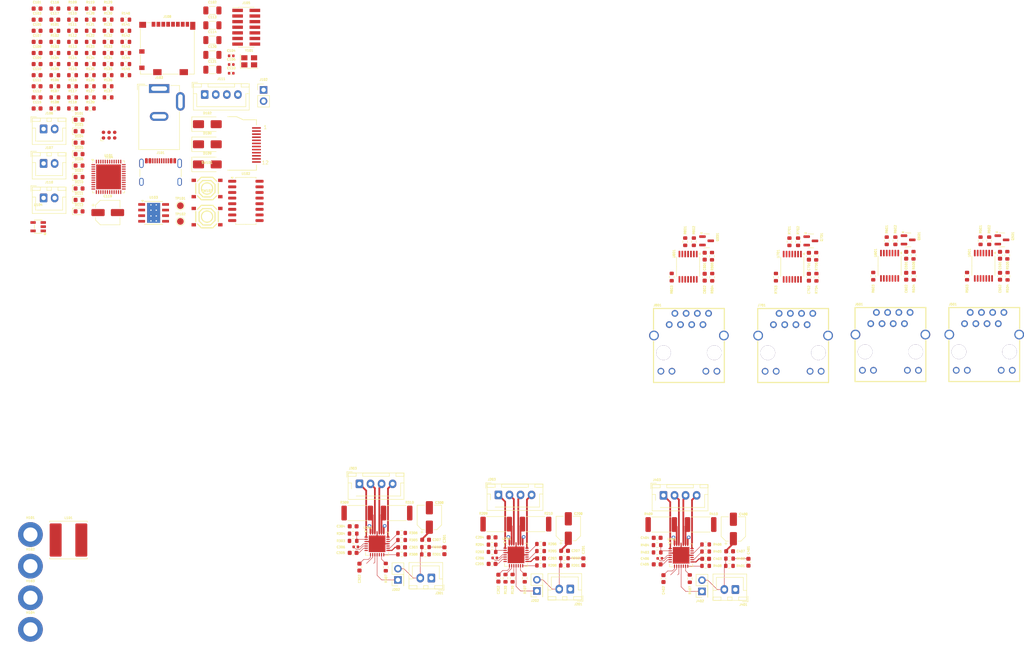
<source format=kicad_pcb>
(kicad_pcb (version 20241229) (generator "pcbnew") (generator_version "9.0")
  (layers (0 "F.Cu" signal) (2 "B.Cu" signal) (13 "F.Paste" user) (15 "B.Paste" user) (5 "F.SilkS" user "F.Silkscreen") (7 "B.SilkS" user "B.Silkscreen") (1 "F.Mask" user) (3 "B.Mask" user) (25 "Edge.Cuts" user))
  (net 0 "")
  (net 1 "Earth")
  (net 2 "GND")
  (net 3 "Net-(U101-VREF+)")
  (net 4 "/XIN")
  (net 5 "+3V3")
  (net 6 "/XOUT")
  (net 7 "Net-(C110-Pad1)")
  (net 8 "/LEFT_BUTTON")
  (net 9 "/RIGHT_BUTTON")
  (net 10 "+24V")
  (net 11 "Net-(U103-EN)")
  (net 12 "/ENC_BUTTON")
  (net 13 "/ENC_A")
  (net 14 "/ENC_B")
  (net 15 "/SW")
  (net 16 "Net-(U103-BOOT)")
  (net 17 "Net-(D109-A)")
  (net 18 "+5V")
  (net 19 "/X_LIM")
  (net 20 "/X TMC2209/5VOUT")
  (net 21 "VMOT")
  (net 22 "/X TMC2209/CP")
  (net 23 "/X TMC2209/CPO")
  (net 24 "/X TMC2209/CPI")
  (net 25 "/Y_LIM")
  (net 26 "/Y TMC2209/5VOUT")
  (net 27 "/Y TMC2209/CP")
  (net 28 "/Y TMC2209/CPI")
  (net 29 "/Y TMC2209/CPO")
  (net 30 "/Z_LIM")
  (net 31 "/Z TMC2209/5VOUT")
  (net 32 "/Z TMC2209/CP")
  (net 33 "/Z TMC2209/CPI")
  (net 34 "/Z TMC2209/CPO")
  (net 35 "Net-(D101-K)")
  (net 36 "Net-(D103-K)")
  (net 37 "Net-(D104-K)")
  (net 38 "Net-(D105-K)")
  (net 39 "Net-(D106-K)")
  (net 40 "Net-(D107-K)")
  (net 41 "Net-(D109-K)")
  (net 42 "Net-(D110-K)")
  (net 43 "Net-(D111-K)")
  (net 44 "Net-(D112-K)")
  (net 45 "Net-(J102-Pin_1)")
  (net 48 "Net-(J101-CC2)")
  (net 49 "Net-(J101-CC1)")
  (net 50 "/USB_DM")
  (net 51 "/USB_DP")
  (net 52 "Net-(J103-Pad1)")
  (net 53 "/SWDIO")
  (net 54 "/~{nRST}")
  (net 55 "/SWCLK")
  (net 57 "Net-(J105-VCP_RX)")
  (net 58 "Net-(J105-VCP_TX)")
  (net 64 "/~{NRST}")
  (net 65 "Net-(J106-Pin_2)")
  (net 66 "Net-(J107-Pin_2)")
  (net 68 "/SPI1_MISO")
  (net 69 "/SPI1_SCK")
  (net 70 "/SPI1_MOSI")
  (net 72 "/SPI1_CS5")
  (net 73 "/TFT_BL")
  (net 74 "/TFT_DC")
  (net 75 "/SPI1_CS4")
  (net 76 "/TFT_RST")
  (net 77 "Net-(J110-Pin_2)")
  (net 78 "Net-(J111-Pin_2)")
  (net 79 "Net-(J111-Pin_3)")
  (net 80 "Net-(J201-Pin_2)")
  (net 81 "/X TMC2209/DIAG")
  (net 82 "/X TMC2209/B2")
  (net 83 "/X TMC2209/A1")
  (net 84 "/X TMC2209/B1")
  (net 85 "/X TMC2209/A2")
  (net 86 "Net-(J301-Pin_2)")
  (net 87 "/Y TMC2209/DIAG")
  (net 88 "/Y TMC2209/A2")
  (net 89 "/Y TMC2209/B2")
  (net 90 "/Y TMC2209/A1")
  (net 91 "/Y TMC2209/B1")
  (net 92 "Net-(J401-Pin_2)")
  (net 93 "/Z TMC2209/DIAG")
  (net 94 "/Z TMC2209/B1")
  (net 95 "/Z TMC2209/A1")
  (net 96 "/Z TMC2209/B2")
  (net 97 "/Z TMC2209/A2")
  (net 98 "Net-(J501-Pad10)")
  (net 99 "/PMW3360_4/SENSOR_CS")
  (net 100 "/PMW3360_4/SENSOR_SCK")
  (net 101 "/PMW3360_4/SENSOR_MOSI")
  (net 102 "/PMW3360_4/SENSOR_MISO")
  (net 106 "Net-(J601-Pad10)")
  (net 107 "/PMW3360_2/SENSOR_CS")
  (net 108 "/PMW3360_2/SENSOR_MISO")
  (net 110 "/PMW3360_2/SENSOR_MOSI")
  (net 111 "/PMW3360_2/SENSOR_SCK")
  (net 112 "/PMW3360_1/SENSOR_MOSI")
  (net 114 "/PMW3360_1/SENSOR_SCK")
  (net 115 "/PMW3360_1/SENSOR_CS")
  (net 116 "/PMW3360_1/SENSOR_MISO")
  (net 117 "Net-(J701-Pad10)")
  (net 119 "/PMW3360_0/SENSOR_SCK")
  (net 121 "/PMW3360_0/SENSOR_MOSI")
  (net 123 "Net-(J801-Pad10)")
  (net 124 "/PMW3360_0/SENSOR_CS")
  (net 125 "/PMW3360_0/SENSOR_MISO")
  (net 126 "/SPI1_CS3")
  (net 127 "/PMW3360_4/CS_LED")
  (net 128 "/PMW3360_2/CS_LED")
  (net 129 "/SPI1_CS2")
  (net 130 "/SPI1_CS1")
  (net 131 "/PMW3360_1/CS_LED")
  (net 132 "/SPI1_CS0")
  (net 133 "/PMW3360_0/CS_LED")
  (net 134 "/BOOT0")
  (net 135 "Net-(R106-Pad2)")
  (net 136 "/UART1_TX")
  (net 137 "/UART1_RX")
  (net 138 "/UART")
  (net 139 "Net-(R109-Pad2)")
  (net 140 "/USART2_TX")
  (net 141 "/USART2_RX")
  (net 142 "Net-(R119-Pad1)")
  (net 143 "Net-(R124-Pad2)")
  (net 144 "Net-(R125-Pad2)")
  (net 145 "Net-(R126-Pad2)")
  (net 146 "/FB")
  (net 147 "Net-(R132-Pad1)")
  (net 148 "Net-(R133-Pad1)")
  (net 149 "Net-(R134-Pad1)")
  (net 150 "Net-(U104-VOUT)")
  (net 151 "/X TMC2209/ADDRESS_0")
  (net 152 "/X TMC2209/ADDRESS_1")
  (net 153 "/Y TMC2209/ADDRESS_0")
  (net 154 "/Y TMC2209/ADDRESS_1")
  (net 155 "/Z TMC2209/ADDRESS_0")
  (net 156 "/Z TMC2209/ADDRESS_1")
  (net 157 "/X TMC2209/TMC_EN")
  (net 158 "/X_EN")
  (net 159 "/X_STEP")
  (net 160 "/X TMC2209/TMC_STEP")
  (net 161 "/X_DIR")
  (net 162 "/X TMC2209/TMC_DIR")
  (net 163 "/X TMC2209/TMC_CLK")
  (net 164 "/X TMC2209/SENSE_B")
  (net 165 "/X TMC2209/SENSE_A")
  (net 166 "/Y TMC2209/TMC_EN")
  (net 167 "/Y_EN")
  (net 168 "/Y_STEP")
  (net 169 "/Y TMC2209/TMC_STEP")
  (net 170 "/Y_DIR")
  (net 171 "/Y TMC2209/TMC_DIR")
  (net 172 "/Y TMC2209/TMC_CLK")
  (net 173 "/Y TMC2209/SENSE_B")
  (net 174 "/Y TMC2209/SENSE_A")
  (net 175 "/Z TMC2209/TMC_EN")
  (net 176 "/Z_EN")
  (net 177 "/Z TMC2209/TMC_STEP")
  (net 178 "/Z_STEP")
  (net 179 "/Z TMC2209/TMC_DIR")
  (net 180 "/Z_DIR")
  (net 181 "/Z TMC2209/TMC_CLK")
  (net 182 "/Z TMC2209/SENSE_B")
  (net 183 "/Z TMC2209/SENSE_A")
  (net 184 "/PMW3360_4/MISO")
  (net 185 "Net-(U501-VCCB)")
  (net 186 "/PMW3360_2/MISO")
  (net 187 "Net-(U601-VCCB)")
  (net 188 "/PMW3360_1/MISO")
  (net 189 "Net-(U701-VCCB)")
  (net 190 "/PMW3360_0/MISO")
  (net 191 "Net-(U801-VCCB)")
  (net 192 "Net-(TP102-Pad1)")
  (net 194 "/SD_CS")
  (net 212 "/PMW3360_4/SCK")
  (net 213 "/PMW3360_4/MOSI")
  (net 214 "/PMW3360_2/MOSI")
  (net 216 "/PMW3360_2/SCK")
  (net 220 "/PMW3360_1/MOSI")
  (net 221 "/PMW3360_1/SCK")
  (net 223 "/PMW3360_0/MOSI")
  (net 224 "/PMW3360_0/SCK")
  (footprint "Capacitor_SMD:C_0603_1608Metric" (layer "F.Cu") (at 129.175 142.1 180)
    (property "Reference" "C204")
    (property "Value" "100n")
  )
  (footprint "Capacitor_SMD:C_0402_1005Metric" (layer "F.Cu") (at 129.77 146.75)
    (property "Reference" "C206")
    (property "Value" "22n")
  )
  (footprint "Resistor_SMD:R_0603_1608Metric" (layer "F.Cu") (at 34.375 22.52)
    (property "Reference" "R109")
    (property "Value" "100R")
  )
  (footprint "Resistor_SMD:R_0603_1608Metric" (layer "F.Cu") (at 34.375 42.6)
    (property "Reference" "R117")
    (property "Value" "2k2")
  )
  (footprint "Connector_BarrelJack:BarrelJack_GCT_DCJ200-10-A_Horizontal" (layer "F.Cu") (at 53.935 40.61)
    (property "Reference" "J103")
    (property "Value" "Barrel_Jack")
  )
  (footprint "Resistor_SMD:R_0603_1608Metric" (layer "F.Cu") (at 46.405 35.07)
    (property "Reference" "R144")
    (property "Value" "5k1")
  )
  (footprint "Capacitor_SMD:C_0603_1608Metric" (layer "F.Cu") (at 26.355 32.56)
    (property "Reference" "C108")
    (property "Value" "100n")
  )
  (footprint "Connector_Card:microSD_HC_Molex_104031-0811" (layer "F.Cu") (at 55.775 31.515)
    (property "Reference" "J108")
    (property "Value" "Micro_SD_Card")
  )
  (footprint "Capacitor_SMD:C_0603_1608Metric" (layer "F.Cu") (at 177.2125 83.2625 -90)
    (property "Reference" "C802")
    (property "Value" "100n")
  )
  (footprint "Resistor_SMD:R_0603_1608Metric" (layer "F.Cu") (at 114.1 145.95)
    (property "Reference" "R302")
    (property "Value" "10k")
  )
  (footprint "Capacitor_SMD:C_0603_1608Metric" (layer "F.Cu") (at 166.475 148.2 180)
    (property "Reference" "C405")
    (property "Value" "100n")
  )
  (footprint "Resistor_SMD:R_0603_1608Metric" (layer "F.Cu") (at 38.385 45.11)
    (property "Reference" "R128")
    (property "Value" "2k2")
  )
  (footprint "Crystal:Crystal_SMD_SeikoEpson_TSX3225-4Pin_3.2x2.5mm" (layer "F.Cu") (at 74.285 34.44)
    (property "Reference" "Y101")
    (property "Value" "12MHz")
  )
  (footprint "Capacitor_SMD:C_1206_3216Metric" (layer "F.Cu") (at 65.965 32.99)
    (property "Reference" "C120")
    (property "Value" "10u")
  )
  (footprint "Resistor_SMD:R_0603_1608Metric" (layer "F.Cu") (at 30.365 32.56)
    (property "Reference" "R103")
    (property "Value" "0R")
  )
  (footprint "Connector_PinHeader_2.54mm:PinHeader_2x01_P2.54mm_Vertical" (layer "F.Cu") (at 139.3 154.225 90)
    (property "Reference" "J202")
    (property "Value" "HOMING")
  )
  (footprint "TestPoint:TestPoint_Pad_D1.5mm" (layer "F.Cu") (at 58.735 70.65)
    (property "Reference" "TP102")
    (property "Value" "EXTRA")
  )
  (footprint "Resistor_SMD:R_0603_1608Metric" (layer "F.Cu") (at 108.725 141.1 180)
    (property "Reference" "R306")
    (property "Value" "100R")
  )
  (footprint "Connector_USB:USB_C_Receptacle_GCT_USB4105-xx-A_16P_TopMnt_Horizontal" (layer "F.Cu") (at 54.255 60.62)
    (property "Reference" "J101")
    (property "Value" "USB_C_Receptacle_USB2.0_16P")
  )
  (footprint "Capacitor_SMD:C_0603_1608Metric" (layer "F.Cu") (at 118.4 145.125 -90)
    (property "Reference" "C301")
    (property "Value" "100n")
  )
  (footprint "Resistor_SMD:R_0603_1608Metric" (layer "F.Cu") (at 182.825 146.9 180)
    (property "Reference" "R401")
    (property "Value" "100R")
  )
  (footprint "Resistor_SMD:R_0603_1608Metric" (layer "F.Cu") (at 169.7625 83.2375 90)
    (property "Reference" "R803")
    (property "Value" "10k")
  )
  (footprint "Resistor_SMD:R_2512_6332Metric" (layer "F.Cu") (at 176.3 139.2)
    (property "Reference" "R410")
    (property "Value" "110m")
  )
  (footprint "Resistor_SMD:R_0603_1608Metric" (layer "F.Cu") (at 182.8 148.55)
    (property "Reference" "R402")
    (property "Value" "10k")
  )
  (footprint "Package_SO:TSSOP-14_4.4x5mm_P0.65mm" (layer "F.Cu") (at 173.4625 80.8875 -90)
    (property "Reference" "U801")
    (property "Value" "TXU0304RUTR")
  )
  (footprint "Resistor_SMD:R_0603_1608Metric" (layer "F.Cu") (at 38.385 32.56)
    (property "Reference" "R123")
    (property "Value" "10k")
  )
  (footprint "Diode_SMD:D_0603_1608Metric" (layer "F.Cu") (at 35.845 50.25)
    (property "Reference" "D103")
    (property "Value" "WHT")
  )
  (footprint "easyeda2kicad:SW-SMD_4P-L5.1-W5.1-P3.70-LS6.5-TL_H1.5" (layer "F.Cu") (at 64.76 63.21)
    (property "Reference" "SW101")
    (property "Value" "TS1187")
  )
  (footprint "MountingHole:MountingHole_3.2mm_M3_DIN965_Pad" (layer "F.Cu") (at 24.85 155.755)
    (property "Reference" "H103")
    (property "Value" "M3")
  )
  (footprint "Resistor_SMD:R_0603_1608Metric" (layer "F.Cu") (at 114.125 144.3 180)
    (property "Reference" "R301")
    (property "Value" "100R")
  )
  (footprint "Connector_PinHeader_1.27mm:PinHeader_2x07_P1.27mm_Vertical_SMD" (layer "F.Cu") (at 73.615 26.74)
    (property "Reference" "J105")
    (property "Value" "STLINK")
  )
  (footprint "Resistor_SMD:R_0603_1608Metric" (layer "F.Cu") (at 145.5 148.45)
    (property "Reference" "R202")
    (property "Value" "10k")
  )
  (footprint "Connector_JST:JST_XH_B2B-XH-A_1x02_P2.50mm_Vertical" (layer "F.Cu") (at 115.45 151.3 180)
    (property "Reference" "J301")
    (property "Value" "LIM")
  )
  (footprint "easyeda2kicad:RJ45-TH_HR915310A" (layer "F.Cu") (at 219.1875 97.775 180)
    (property "Reference" "J601")
    (property "Value" "RJ45_Shielded")
  )
  (footprint "Package_DFN_QFN:QFN-28-1EP_5x5mm_P0.5mm_EP3.75x3.75mm" (layer "F.Cu") (at 103.1875 143.55)
    (property "Reference" "U301")
    (property "Value" "TMC2209")
  )
  (footprint "Capacitor_SMD:CP_Elec_5x5.4" (layer "F.Cu") (at 146.4 140.1 90)
    (property "Reference" "C208")
    (property "Value" "220u")
  )
  (footprint "Resistor_SMD:R_0603_1608Metric" (layer "F.Cu") (at 202.412499 78.525 90)
    (property "Reference" "R705")
    (property "Value" "5k1")
  )
  (footprint "Capacitor_SMD:C_0603_1608Metric" (layer "F.Cu") (at 99.2 148.825 90)
    (property "Reference" "C302")
    (property "Value" "4u7")
  )
  (footprint "Package_SO:TSSOP-14_4.4x5mm_P0.65mm" (layer "F.Cu") (at 240.2 80.675 -90)
    (property "Reference" "U501")
    (property "Value" "TXU0304RUTR")
  )
  (footprint "Connector_JST:JST_XH_B2B-XH-A_1x02_P2.50mm_Vertical" (layer "F.Cu") (at 27.825 49.74)
    (property "Reference" "J106")
    (property "Value" "LEFT BUTTON")
  )
  (footprint "Capacitor_SMD:C_0603_1608Metric" (layer "F.Cu") (at 114.15 142.65)
    (property "Reference" "C307")
    (property "Value" "100n")
  )
  (footprint "Resistor_SMD:R_0603_1608Metric" (layer "F.Cu") (at 245.649999 83.05 -90)
    (property "Reference" "R504")
    (property "Value" "0R")
  )
  (footprint "MountingHole:MountingHole_3.2mm_M3_DIN965_Pad" (layer "F.Cu") (at 24.85 148.605)
    (property "Reference" "H102")
    (property "Value" "M3")
  )
  (footprint "Resistor_SMD:R_0603_1608Metric" (layer "F.Cu") (at 34.375 30.05)
    (property "Reference" "R112")
    (property "Value" "2k2")
  )
  (footprint "Resistor_SMD:R_0603_1608Metric" (layer "F.Cu") (at 46.405 25.03)
    (property "Reference" "R140")
    (property "Value" "10k")
  )
  (footprint "Resistor_SMD:R_0603_1608Metric" (layer "F.Cu") (at 140.125 145.2 180)
    (property "Reference" "R205")
    (property "Value" "100R")
  )
  (footprint "Resistor_SMD:R_0603_1608Metric" (layer "F.Cu") (at 174.7625 75.2375 90)
    (property "Reference" "R802")
    (property "Value" "10k")
  )
  (footprint "Resistor_SMD:R_0603_1608Metric" (layer "F.Cu") (at 38.385 40.09)
    (property "Reference" "R126")
    (property "Value" "100R")
  )
  (footprint "Package_SO:SOP-16_4.4x10.4mm_P1.27mm" (layer "F.Cu") (at 73.535 66.01)
    (property "Reference" "U102")
    (property "Value" "LTV-247")
  )
  (footprint "Capacitor_SMD:C_0603_1608Metric" (layer "F.Cu") (at 149.8 147.625 -90)
    (property "Reference" "C201")
    (property "Value" "100n")
  )
  (footprint "TestPoint:TestPoint_Pad_D1.5mm" (layer "F.Cu") (at 58.735 67.1)
    (property "Reference" "TP101")
    (property "Value" "EXTRA")
  )
  (footprint "Resistor_SMD:R_0603_1608Metric" (layer "F.Cu") (at 220.299999 75.025 90)
    (property "Reference" "R602")
    (property "Value" "10k")
  )
  (footprint "Capacitor_SMD:C_0603_1608Metric" (layer "F.Cu") (at 243.949999 78.3 -90)
    (property "Reference" "C501")
    (property "Value" "100n")
  )
  (footprint "Resistor_SMD:R_0603_1608Metric" (layer "F.Cu") (at 46.405 37.58)
    (property "Reference" "R145")
    (property "Value" "2k2")
  )
  (footprint "Resistor_SMD:R_2512_6332Metric" (layer "F.Cu") (at 107.6 136.6)
    (property "Reference" "R310")
    (property "Value" "110m")
  )
  (footprint "Diode_SMD:D_0603_1608Metric" (layer "F.Cu") (at 35.845 52.84)
    (property "Reference" "D104")
    (property "Value" "WHT")
  )
  (footprint "Capacitor_SMD:C_0603_1608Metric" (layer "F.Cu") (at 97.775 139.6 180)
    (property "Reference" "C304")
    (property "Value" "100n")
  )
  (footprint "Resistor_SMD:R_0603_1608Metric" (layer "F.Cu") (at 46.405 30.05)
    (property "Reference" "R142")
    (property "Value" "10k")
  )
  (footprint "Capacitor_SMD:C_0603_1608Metric" (layer "F.Cu") (at 26.355 25.03)
    (property "Reference" "C103")
    (property "Value" "100n")
  )
  (footprint "Resistor_SMD:R_0603_1608Metric" (layer "F.Cu") (at 108.725 142.7 180)
    (property "Reference" "R305")
    (property "Value" "100R")
  )
  (footprint "Resistor_SMD:R_0603_1608Metric" (layer "F.Cu") (at 140.125 148.45)
    (property "Reference" "R208")
    (property "Value" "10k")
  )
  (footprint "Resistor_SMD:R_0603_1608Metric" (layer "F.Cu") (at 42.395 30.05)
    (property "Reference" "R132")
    (property "Value" "330R")
  )
  (footprint "Resistor_SMD:R_0603_1608Metric" (layer "F.Cu") (at 177.425 148.55)
    (property "Reference" "R408")
    (property "Value" "10k")
  )
  (footprint "Connector_JST:JST_XH_B4B-XH-AM_1x04_P2.50mm_Vertical" (layer "F.Cu") (at 167.9 132.6)
    (property "Reference" "J403")
    (property "Value" "MOTOR")
  )
  (footprint "Connector_PinHeader_2.54mm:PinHeader_1x02_P2.54mm_Vertical" (layer "F.Cu") (at 77.535 40.91)
    (property "Reference" "J102")
    (property "Value" "USB5V")
  )
  (footprint "Package_DFN_QFN:QFN-48-1EP_7x7mm_P0.5mm_EP5.6x5.6mm" (layer "F.Cu") (at 42.505 60.57)
    (property "Reference" "U101")
    (property "Value" "STM32G431CBUx")
  )
  (footprint "Package_SO:TI_SO-PowerPAD-8_ThermalVias" (layer "F.Cu") (at 52.685 68.715)
    (property "Reference" "U103")
    (property "Value" "TPS5430DDA")
  )
  (footprint "easyeda2kicad:SOT-23-5_L3.0-W1.6-P0.95-LS2.8-BR" (layer "F.Cu") (at 26.6 71.84)
    (property "Reference" "U104")
    (property "Value" "TPSPX3819M5-L-3-3")
  )
  (footprint "Resistor_SMD:R_0603_1608Metric" (layer "F.Cu") (at 42.395 40.09)
    (property "Reference" "R136")
    (property "Value" "0R")
  )
  (footprint "Connector_JST:JST_XH_B2B-XH-A_1x02_P2.50mm_Vertical" (layer "F.Cu") (at 27.825 57.54)
    (property "Reference" "J107")
    (property "Value" "LEFT BUTTON")
  )
  (footprint "Capacitor_SMD:C_0603_1608Metric" (layer "F.Cu") (at 243.949999 83.05 -90)
    (property "Reference" "C502")
    (property "Value" "100n")
  )
  (footprint "Resistor_SMD:R_0603_1608Metric" (layer "F.Cu") (at 129.175 143.75)
    (property "Reference" "R204")
    (property "Value" "100R")
  )
  (footprint "Resistor_SMD:R_0603_1608Metric" (layer "F.Cu") (at 239.55 75.025 -90)
    (property "Reference" "R501")
    (property "Value" "10k")
  )
  (footprint "Resistor_SMD:R_0603_1608Metric" (layer "F.Cu") (at 38.385 37.58)
    (property "Reference" "R125")
    (property "Value" "100R")
  )
  (footprint "Resistor_SMD:R_0603_1608Metric" (layer "F.Cu") (at 132.2 151.325 90)
    (property "Reference" "R138")
    (property "Value" "10k")
  )
  (footprint "matei:GC9A01Round1.28" (layer "F.Cu") (at 75.925 53.36)
    (property "Reference" "J109" (hide yes))
    (property "Value" "TFT DISPLAY")
  )
  (footprint "Capacitor_SMD:C_0402_1005Metric" (layer "F.Cu") (at 167.07 146.85)
    (property "Reference" "C406")
    (property "Value" "22n")
  )
  (footprint "Resistor_SMD:R_0603_1608Metric" (layer "F.Cu") (at 145.525 146.8 180)
    (property "Reference" "R201")
    (property "Value" "100R")
  )
  (footprint "Resistor_SMD:R_0603_1608Metric" (layer "F.Cu") (at 46.405 27.54)
    (property "Reference" "R141")
    (property "Value" "10k")
  )
  (footprint "Resistor_SMD:R_0603_1608Metric" (layer "F.Cu") (at 30.365 35.07)
    (property "Reference" "R104")
    (property "Value" "10k")
  )
  (footprint "Resistor_SMD:R_0603_1608Metric" (layer "F.Cu") (at 133.8 151.325 90)
    (property "Reference" "R139")
    (property "Value" "10k")
  )
  (footprint "Connector_JST:JST_XH_B2B-XH-A_1x02_P2.50mm_Vertical" (layer "F.Cu") (at 184.15 153.9 180)
    (property "Reference" "J401")
    (property "Value" "LIM")
  )
  (footprint "Capacitor_SMD:C_0402_1005Metric" (layer "F.Cu") (at 70.225 35.17)
    (property "Reference" "C106")
    (property "Value" "12p")
  )
  (footprint "Resistor_SMD:R_0603_1608Metric" (layer "F.Cu") (at 38.385 22.52)
    (property "Reference" "R119")
    (property "Value" "330R")
  )
  (footprint "Resistor_SMD:R_0603_1608Metric" (layer "F.Cu") (at 245.599999 78.3 90)
    (property "Reference" "R505")
    (property "Value" "5k1")
  )
  (footprint "Resistor_SMD:R_0603_1608Metric" (layer "F.Cu") (at 236.5 83.025 90)
    (property "Reference" "R503")
    (property "Value" "10k")
  )
  (footprint "Resistor_SMD:R_0603_1608Metric" (layer "F.Cu") (at 97.775 141.25)
    (property "Reference" "R304")
    (property "Value" "100R")
  )
  (footprint "Diode_SMD:D_0603_1608Metric" (layer "F.Cu") (at 35.845 58.02)
    (property "Reference" "D106")
    (property "Value" "WHT")
  )
  (footprint "easyeda2kicad:RJ45-TH_HR915310A" (layer "F.Cu") (at 197.2 98 180)
    (property "Reference" "J701")
    (property "Value" "RJ45_Shielded")
  )
  (footprint "Resistor_SMD:R_0603_1608Metric" (layer "F.Cu") (at 34.375 32.56)
    (property "Reference" "R113")
    (property "Value" "0R")
  )
  (footprint "Resistor_SMD:R_0603_1608Metric" (layer "F.Cu") (at 178.8625 78.5125 90)
    (property "Reference" "R805")
    (property "Value" "5k1")
  )
  (footprint "Connector_JST:JST_XH_B4B-XH-AM_1x04_P2.50mm_Vertical" (layer "F.Cu") (at 99.2 130)
    (property "Reference" "J303")
    (property "Value" "MOTOR")
  )
  (footprint "Connector_JST:JST_XH_B2B-XH-A_1x02_P2.50mm_Vertical" (layer "F.Cu") (at 27.825 65.34)
    (property "Reference" "J110")
    (property "Value" "ENCODER BUTTON")
  )
  (footprint "Package_SO:TSSOP-14_4.4x5mm_P0.65mm" (layer "F.Cu") (at 197.0125 80.9 -90)
    (property "Reference" "U701")
    (property "Value" "TXU0304RUTR")
  )
  (footprint "Resistor_SMD:R_0603_1608Metric" (layer "F.Cu") (at 46.405 32.56)
    (property "Reference" "R143")
    (property "Value" "10k")
  )
  (footprint "Capacitor_SMD:CP_Elec_5x5.4" (layer "F.Cu") (at 42.325 68.65)
    (property "Reference" "C119")
    (property "Value" "220u")
  )
  (footprint "Capacitor_SMD:C_0603_1608Metric" (layer "F.Cu") (at 26.355 35.07)
    (property "Reference" "C109")
    (property "Value" "100n")
  )
  (footprint "Resistor_SMD:R_0603_1608Metric" (layer "F.Cu") (at 30.365 30.05)
    (property "Reference" "R102")
    (property "Value" "0R")
  )
  (footprint "Resistor_SMD:R_0603_1608Metric" (layer "F.Cu") (at 177.425 143.7 180)
    (property "Reference" "R406")
    (property "Value" "100R")
  )
  (footprint "Resistor_SMD:R_0603_1608Metric" (layer "F.Cu") (at 42.395 35.07)
    (property "Reference" "R134")
    (property "Value" "330R")
  )
  (footprint "Capacitor_SMD:C_0603_1608Metric" (layer "F.Cu") (at 26.355 37.58)
    (property "Reference" "C110")
    (property "Value" "100n")
  )
  (footprint "Package_DFN_QFN:QFN-28-1EP_5x5mm_P0.5mm_EP3.75x3.75mm" (layer "F.Cu") (at 171.8875 146.15)
    (property "Reference" "U401")
    (property "Value" "TMC2209")
  )
  (footprint "Capacitor_SMD:C_1206_3216Metric" (layer "F.Cu") (at 65.965 26.29)
    (property "Reference" "C113")
    (property "Value" "10u")
  )
  (footprint "Resistor_SMD:R_0603_1608Metric" (layer "F.Cu") (at 34.375 40.09)
    (property "Reference" "R116")
    (property "Value" "2k2")
  )
  (footprint "Capacitor_SMD:C_0603_1608Metric" (layer "F.Cu") (at 222.749999 83.05 -90)
    (property "Reference" "C602")
    (property "Value" "100n")
  )
  (footprint "Resistor_SMD:R_2512_6332Metric" (layer "F.Cu") (at 98.7 136.6 180)
    (property "Reference" "R309")
    (property "Value" "110m")
  )
  (footprint "Capacitor_SMD:C_0603_1608Metric" (layer "F.Cu") (at 130.6 151.325 90)
    (property "Reference" "C202")
    (property "Value" "4u7")
  )
  (footprint "Diode_SMD:D_0603_1608Metric" (layer "F.Cu") (at 35.845 47.66)
    (property "Reference" "D101")
    (property "Value" "WHT")
  )
  (footprint "Resistor_SMD:R_0603_1608Metric" (layer "F.Cu") (at 215.3 83.025 90)
    (property "Reference" "R603")
    (property "Value" "10k")
  )
  (footprint "Diode_SMD:D_0603_1608Metric" (layer "F.Cu") (at 35.845 60.61)
    (property "Reference" "D107")
    (property "Value" "WHT")
  )
  (footprint "Capacitor_SMD:C_1206_3216Metric" (layer "F.Cu") (at 65.965 29.64)
    (property "Reference" "C114")
    (property "Value" "10u")
  )
  (footprint "Resistor_SMD:R_0603_1608Metric" (layer "F.Cu") (at 38.385 30.05)
    (property "Reference" "R122")
    (property "Value" "10k")
  )
  (footprint "Capacitor_SMD:C_0603_1608Metric" (layer "F.Cu") (at 129.175 148.1 180)
    (property "Reference" "C205")
    (property "Value" "100n")
  )
  (footprint "Resistor_SMD:R_0603_1608Metric" (layer "F.Cu") (at 129.175 145.4)
    (property "Reference" "R203")
    (property "Value" "10k")
  )
  (footprint "Resistor_SMD:R_0603_1608Metric" (layer "F.Cu") (at 34.375 25.03)
    (property "Reference" "R110")
    (property "Value" "0R")
  )
  (footprint "Package_TO_SOT_SMD:SOT-23" (layer "F.Cu") (at 177.65 75.0375)
    (property "Reference" "Q801")
    (property "Value" "AO3401A")
  )
  (footprint "Capacitor_SMD:C_1206_3216Metric" (layer "F.Cu") (at 65.965 22.94)
    (property "Reference" "C102")
    (property "Value" "10u")
  )
  (footprint "Connector_JST:JST_XH_B2B-XH-A_1x02_P2.50mm_Vertical" (layer "F.Cu") (at 146.85 153.8 180)
    (property "Reference" "J201")
    (property "Value" "LIM")
  )
  (footprint "Resistor_SMD:R_0603_1608Metric" (layer "F.Cu") (at 166.475 143.85)
    (property "Reference" "R404")
    (property "Value" "100R")
  )
  (footprint "MountingHole:MountingHole_3.2mm_M3_DIN965_Pad" (layer "F.Cu") (at 24.85 162.905)
    (property "Reference" "H104")
    (property "Value" "M3")
  )
  (footprint "Resistor_SMD:R_0603_1608Metric" (layer "F.Cu") (at 241.499999 75.025 90)
    (property "Reference" "R502")
    (property "Value" "10k")
  )
  (footprint "Resistor_SMD:R_0603_1608Metric" (layer "F.Cu") (at 224.449999 83.05 -90)
    (property "Reference" "R604")
    (property "Value" "0R")
  )
  (footprint "Resistor_SMD:R_0603_1608Metric" (layer "F.Cu") (at 105.15 148.825 -90)
    (property "Reference" "R307")
    (property "Value" "10k")
  )
  (footprint "Resistor_SMD:R_2512_6332Metric" (layer "F.Cu") (at 130.1 139.1 180)
    (property "Reference" "R209")
    (property "Value" "110m")
  )
  (footprint "Resistor_SMD:R_0603_1608Metric" (layer "F.Cu") (at 140.125 143.6 180)
    (property "Reference" "R206")
    (property "Value" "100R")
  )
  (footprint "Resistor_SMD:R_0603_1608Metric" (layer "F.Cu") (at 97.775 142.9)
    (property "Reference" "R303")
    (property "Value" "10k")
  )
  (footprint "Resistor_SMD:R_0603_1608Metric" (layer "F.Cu") (at 224.399999 78.3 90)
    (property "Reference" "R605")
    (property "Value" "5k1")
  )
  (footprint "Package_TO_SOT_SMD:SOT-23" (layer "F.Cu") (at 223.187499 74.825)
    (property "Reference" "Q601")
    (property "Value" "AO3401A")
  )
  (footprint "Diode_SMD:D_SMA" (layer "F.Cu") (at 64.83 48.66)
    (property "Reference" "D102")
    (property "Value" "SS14")
  )
  (footprint "Resistor_SMD:R_0603_1608Metric" (layer "F.Cu") (at 34.375 27.54)
    (property "Reference" "R111")
    (property "Value" "0R")
  )
  (footprint "Capacitor_SMD:C_0603_1608Metric" (layer "F.Cu") (at 222.749999 78.3 -90)
    (property "Reference" "C601")
    (property "Value" "100n")
  )
  (footprint "Capacitor_SMD:C_0603_1608Metric" (layer "F.Cu") (at 97.775 145.6 180)
    (property "Reference" "C305")
    (property "Value" "100n")
  )
  (footprint "Capacitor_SMD:C_0603_1608Metric" (layer "F.Cu") (at 200.762499 83.275 -90)
    (property "Reference" "C702")
    (property "Value" "100n")
  )
  (footprint "Capacitor_SMD:C_0603_1608Metric" (layer "F.Cu") (at 177.425 146.95)
    (property "Reference" "C403")
    (property "Value" "100n")
  )
  (footprint "Resistor_SMD:R_0603_1608Metric" (layer "F.Cu") (at 42.395 27.54)
    (property "Reference" "R131")
    (property "Value" "3k24")
  )
  (footprint "Resistor_SMD:R_0603_1608Metric" (layer "F.Cu") (at 34.375 37.58)
    (property "Reference" "R115")
    (property "Value" "100R")
  )
  (footprint "Resistor_SMD:R_0603_1608Metric" (layer "F.Cu") (at 30.365 37.58)
    (property "Reference" "R105")
    (property "Value" "10k")
  )
  (footprint "Resistor_SMD:R_0603_1608Metric" (layer "F.Cu") (at 173.85 151.425 -90)
    (property "Reference" "R407")
    (property "Value" "10k")
  )
  (footprint "Capacitor_SMD:C_0603_1608Metric" (layer "F.Cu") (at 167.9 151.425 90)
    (property "Reference" "C402")
    (property "Value" "4u7")
  )
  (footprint "Resistor_SMD:R_0603_1608Metric" (layer "F.Cu") (at 42.395 42.6)
    (property "Reference" "R137")
    (property "Value" "22k")
  )
  (footprint "Package_DFN_QFN:QFN-28-1EP_5x5mm_P0.5mm_EP3.75x3.75mm" (layer "F.Cu") (at 134.5875 146.05)
    (property "Reference" "U201")
    (property "Value" "TMC2209")
  )
  (footprint "Capacitor_SMD:CP_Elec_5x5.4" (layer "F.Cu") (at 115 137.6 90)
    (property "Reference" "C308")
    (property "Value" "220u")
  )
  (footprint "easyeda2kicad:RJ45-TH_HR915310A" (layer "F.Cu") (at 173.65 97.9875 180)
    (property "Reference" "J801")
    (property "Value" "RJ45_Shielded")
  )
  (footprint "Resistor_SMD:R_0603_1608Metric" (layer "F.Cu") (at 177.425 145.3 180)
    (property "Reference" "R405")
    (property "Value" "100R")
  )
  (footprint "Resistor_SMD:R_0603_1608Metric" (layer "F.Cu") (at 30.365 45.11)
    (property "Reference" "R108")
    (property "Value" "1k")
  )
  (footprint "Capacitor_SMD:C_0402_1005Metric" (layer "F.Cu") (at 98.37 144.25)
    (property "Reference" "C306")
    (property "Value" "22n")
  )
  (footprint "Capacitor_SMD:C_0603_1608Metric" (layer "F.Cu") (at 177.2125 78.5125 -90)
    (property "Reference" "C801")
    (property "Value" "100n")
  )
  (footprint "Package_TO_SOT_SMD:SOT-23" (layer "F.Cu") (at 244.387499 74.825)
    (property "Reference" "Q501")
    (property "Value" "AO3401A")
  )
  (footprint "Resistor_SMD:R_0603_1608Metric" (layer "F.Cu") (at 108.725 145.95)
    (property "Reference" "R308")
    (property "Value" "10k")
  )
  (footprint "Resistor_SMD:R_0603_1608Metric" (layer "F.Cu") (at 34.375 35.07)
    (property "Reference" "R114")
    (property "Value" "100R")
  )
  (footprint "Resistor_SMD:R_0603_1608Metric" (layer "F.Cu") (at 38.385 35.07)
    (property "Reference" "R124")
    (property "Value" "100R")
  )
  (footprint "Diode_SMD:D_0603_1608Metric" (layer "F.Cu") (at 35.845 68.38)
    (property "Reference" "D112")
    (property "Value" "WHT")
  )
  (footprint "Resistor_SMD:R_0603_1608Metric" (layer "F.Cu") (at 38.385 25.03)
    (property "Reference" "R120")
    (property "Value" "100k")
  )
  (footprint "Resistor_SMD:R_0603_1608Metric" (layer "F.Cu") (at 198.312499 75.25 90)
    (property "Reference" "R702")
    (property "Value" "10k")
  )
  (footprint "Capacitor_SMD:C_0603_1608Metric" (layer "F.Cu") (at 182.85 145.25)
    (property "Reference" "C407")
    (property "Value" "100n")
  )
  (footprint "easyeda2kicad:SW-SMD_4P-L5.1-W5.1-P3.70-LS6.5-TL_H1.5" (layer "F.Cu") (at 64.76 69.56)
    (property "Reference" "SW102")
    (property "Value" "TS1187")
  )
  (footprint "Resistor_SMD:R_0603_1608Metric" (layer "F.Cu") (at 42.395 25.03)
    (property "Reference" "R130")
    (property "Value" "10k")
  )
  (footprint "Capacitor_SMD:C_0603_1608Metric" (layer "F.Cu") (at 26.355 42.6)
    (property "Reference" "C112")
    (property "Value" "100n")
  )
  (footprint "Resistor_SMD:R_0603_1608Metric" (layer "F.Cu") (at 30.365 27.54)
    (property "Reference" "R101")
    (property "Value" "330R")
  )
  (footprint "Resistor_SMD:R_0603_1608Metric" (layer "F.Cu") (at 38.385 42.6)
    (property "Reference" "R127")
    (property "Value" "2k2")
  )
  (footprint "Resistor_SMD:R_0603_1608Metric" (layer "F.Cu") (at 42.395 37.58)
    (property "Reference" "R135")
    (property "Value" "0R")
  )
  (footprint "Resistor_SMD:R_0603_1608Metric" (layer "F.Cu") (at 42.395 22.52)
    (property "Reference" "R129")
    (property "Value" "2k2")
  )
  (footprint "Capacitor_SMD:C_0603_1608Metric" (layer "F.Cu") (at 26.355 22.52)
    (property "Reference" "C101")
    (property "Value" "100n")
  )
  (footprint "Package_TO_SOT_SMD:SOT-23" (layer "F.Cu") (at 201.199999 75.05)
    (property "Reference" "Q701")
    (property "Value" "AO3401A")
  )
  (footprint "Resistor_SMD:R_0603_1608Metric" (layer "F.Cu") (at 178.9125 83.2625 -90)
    (property "Reference" "R804")
    (property "Value" "0R")
  )
  (footprint "Connector_PinHeader_2.54mm:PinHeader_2x01_P2.54mm_Vertical" (layer "F.Cu") (at 176.6 154.325 90)
    (property "Reference" "J402")
    (property "Value" "HOMING")
  )
  (footprint "Diode_SMD:D_SMA" (layer "F.Cu") (at 64.83 57.76)
    (property "Reference" "D109")
    (property "Value" "SS14")
  )
  (footprint "Resistor_SMD:R_0603_1608Metric" (layer "F.Cu") (at 202.462499 83.275 -90)
    (property "Reference" "R704")
    (property "Value" "0R")
  )
  (footprint "Capacitor_SMD:C_0603_1608Metric" (layer "F.Cu") (at 145.55 145.15)
    (property "Reference" "C207")
    (property "Value" "100n")
  )
  (footprint "Capacitor_SMD:C_0603_1608Metric" (layer "F.Cu") (at 30.365 25.03)
    (property "Reference" "C117")
    (property "Value" "100n")
  )
  (footprint "Capacitor_SMD:C_0603_1608Metric" (layer "F.Cu") (at 26.355 30.05)
    (property "Reference" "C107")
    (property "Value" "100n")
  )
  (footprint "Diode_SMD:D_0603_1608Metric" (layer "F.Cu") (at 35.845 65.79)
    (property "Reference" "D111")
    (property "Value" "WHT")
  )
  (footprint "Capacitor_SMD:C_0603_1608Metric" (layer "F.Cu") (at 140.125 146.85)
    (property "Reference" "C203")
    (property "Value" "100n")
  )
  (footprint "Capacitor_SMD:C_0603_1608Metric" (layer "F.Cu") (at 108.725 144.35)
    (property "Reference" "C303")
    (property "Value" "100n")
  )
  (footprint "Diode_SMD:D_SMA" (layer "F.Cu") (at 64.83 53.21)
    (property "Reference" "D108")
    (property "Value" "SS14")
  )
  (footprint "Resistor_SMD:R_0603_1608Metric" (layer "F.Cu") (at 30.365 42.6)
    (property "Reference" "R107")
    (property "Value" "100R")
  )
  (footprint "Inductor_SMD:L_Cenker_CKCS8040" (layer "F.Cu") (at 33.45 142.7)
    (property "Reference" "L101")
    (property "Value" "15u")
  )
  (footprint "Capacitor_SMD:C_0603_1608Metric" (layer "F.Cu") (at 26.355 45.11)
    (property "Reference" "C115")
    (property "Value" "100n")
  )
  (footprint "Connector_JST:JST_XH_B4B-XH-A_1x04_P2.50mm_Vertical" (layer "F.Cu") (at 64.235 41.96)
    (property "Reference" "J111")
    (property "Value" "ENCODER")
  )
  (footprint "Resistor_SMD:R_0603_1608Metric" (layer "F.Cu") (at 30.365 40.09)
    (property "Reference" "R106")
    (property "Value" "100R")
  )
  (footprint "Resistor_SMD:R_2512_6332Metric" (layer "F.Cu") (at 167.4 139.2 180)
    (property "Reference" "R409")
    (property "Value" "110m")
  )
  (footprint "Resistor_SMD:R_0603_1608Metric" (layer "F.Cu") (at 166.475 145.5)
    (property "Reference" "R403")
    (property "Value" "10k")
  )
  (footprint "Resistor_SMD:R_2512_6332Metric" (layer "F.Cu") (at 139 139.1)
    (property "Reference" "R210")
    (property "Value" "110m")
  )
  (footprint "Connector_JST:JST_XH_B4B-XH-AM_1x04_P2.50mm_Vertical" (layer "F.Cu") (at 130.6 132.5)
    (property "Reference" "J203")
    (property "Value" "MOTOR")
  )
  (footprint "Capacitor_SMD:C_0603_1608Metric" (layer "F.Cu") (at 200.762499 78.525 -90)
    (property "Reference" "C701")
    (property "Value" "100n")
  )
  (footprint "Resistor_SMD:R_0603_1608Metric" (layer "F.Cu") (at 196.3625 75.25 -90)
    (property "Reference" "R701")
    (property "Value" "10k")
  )
  (footprint "Connector_PinHeader_2.54mm:PinHeader_2x01_P2.54mm_Vertical" (layer "F.Cu") (at 107.9 151.725 90)
    (property "Reference" "J302")
    (property "Value" "HOMING")
  )
  (footprint "Resistor_SMD:R_0603_1608Metric" (layer "F.Cu") (at 38.385 27.54)
    (property "Reference" "R121")
    (property "Value" "22k")
  )
  (footprint "Resistor_SMD:R_0603_1608Metric" (layer "F.Cu") (at 34.375 45.11)
    (property "Reference" "R118")
    (property "Value" "5k1")
  )
  (footprint "Capacitor_SMD:C_0603_1608Metric" (layer "F.Cu") (at 166.475 142.2 180)
    (property "Reference" "C404")
    (property "Value" "100n")
  )
  (footprint "Capacitor_SMD:CP_Elec_5x5.4" (layer "F.Cu") (at 183.7 140.2 90)
    (property "Reference" "C408")
    (property "Value" "220u")
  )
  (footprint "Diode_SMD:D_0603_1608Metric" (layer "F.Cu") (at 35.845 63.2)
    (property "Reference" "D110")
    (property "Value" "WHT")
  )
  (footprint "Capacitor_SMD:C_1206_3216Metric" (layer "F.Cu") (at 65.965 36.34)
    (property "Reference" "C121")
    (property "Value" "10u")
  )
  (footprint "Resistor_SMD:R_0603_1608Metric" (layer "F.Cu") (at 193.3125 83.25 90)
    (property "Reference" "R703")
    (property "Value" "10k")
  )
  (footprint "Resistor_SMD:R_0603_1608Metric" (layer "F.Cu") (at 136.55 151.325 -90)
    (property "Reference" "R207")
    (property "Value" "10k")
  )
  (footprint "Capacitor_SMD:C_0402_1005Metric" (layer "F.Cu") (at 70.225 33.2)
    (property "Reference" "C104")
    (property "Value" "12p")
  )
  (footprint "easyeda2kicad:RJ45-TH_HR915310A" (layer "F.Cu") (at 240.3875 97.775 180)
    (property "Reference" "J501")
    (property "Value" "RJ45_Shielded")
  )
  (footprint "Capacitor_SMD:C_0603_1608Metric" (layer "F.Cu") (at 30.365 22.52)
    (property "Reference" "C116")
    (property "Value" "100n")
  )
  (footprint "Connector:Tag-Connect_TC2030-IDC-FP_2x03_P1.27mm_Vertical" (layer "F.Cu") (at 42.625 51.14)
    (property "Reference" "J104")
    (property "Value" "TC2030")
  )
  (footprint "Package_SO:TSSOP-14_4.4x5mm_P0.65mm" (layer "F.Cu") (at 219 80.675 -90)
    (property "Reference" "U601")
    (property "Value" "TXU0304RUTR")
  )
  (footprint "Capacitor_SMD:C_0603_1608Metric" (layer "F.Cu") (at 26.355 40.09)
    (property "Reference" "C111")
    (property "Value" "100n")
  )
  (footprint "Resistor_SMD:R_0603_1608Metric" (layer "F.Cu") (at 218.35 75.025 -90)
    (property "Reference" "R601")
    (property "Value" "10k")
  )
  (footprint "Capacitor_SMD:C_0603_1608Metric" (layer "F.Cu") (at 26.355 27.54)
    (property "Reference" "C105")
    (property "Value" "100n")
  )
  (footprint "Resistor_SMD:R_0603_1608Metric" (layer "F.Cu") (at 172.8125 75.2375 -90)
    (property "Reference" "R801")
    (property "Value" "10k")
  )
  (footprint "Diode_SMD:D_0603_1608Metric" (layer "F.Cu") (at 35.845 55.43)
    (property "Reference" "D105")
    (property "Value" "WHT")
  )
  (footprint "Capacitor_SMD:C_0603_1608Metric" (layer "F.Cu") (at 187.1 147.725 -90)
    (property "Reference" "C401")
    (property "Value" "100n")
  )
  (footprint "MountingHole:MountingHole_3.2mm_M3_DIN965_Pad" (layer "F.Cu") (at 24.85 141.455)
    (property "Reference" "H101")
    (property "Value" "M3")
  )
  (footprint "Capacitor_SMD:C_0402_1005Metric" (layer "F.Cu") (at 70.225 37.14)
    (property "Reference" "C118")
    (property "Value" "10n")
  )
  (footprint "Resistor_SMD:R_0603_1608Metric" (layer "F.Cu") (at 42.395 32.56)
    (property "Reference" "R133")
    (property "Value" "330R")
  )
  (segment (start 174.35 146.15) (end 171.8875 146.15) (width 0.25) (layer "F.Cu") (net 2))
  (segment (start 134.0875 145.55) (end 134.5875 146.05) (width 0.25) (layer "F.Cu") (net 2))
  (segment (start 103.1875 141.0875) (end 103.1875 143.55) (width 0.25) (layer "F.Cu") (net 2))
  (segment (start 171.8875 143.6875) (end 171.8875 146.15) (width 0.25) (layer "F.Cu") (net 2))
  (segment (start 137.05 146.05) (end 134.5875 146.05) (width 0.25) (layer "F.Cu") (net 2))
  (segment (start 105.65 143.55) (end 103.1875 143.55) (width 0.25) (layer "F.Cu") (net 2))
  (segment (start 102.6875 143.05) (end 103.1875 143.55) (width 0.25) (layer "F.Cu") (net 2))
  (segment (start 100.725 143.05) (end 102.6875 143.05) (width 0.25) (layer "F.Cu") (net 2))
  (segment (start 171.3875 145.65) (end 171.8875 146.15) (width 0.25) (layer "F.Cu") (net 2))
  (segment (start 134.5875 143.5875) (end 134.5875 146.05) (width 0.25) (layer "F.Cu") (net 2))
  (segment (start 169.425 145.65) (end 171.3875 145.65) (width 0.25) (layer "F.Cu") (net 2))
  (segment (start 132.125 145.55) (end 134.0875 145.55) (width 0.25) (layer "F.Cu") (net 2))
  (segment (start 175.25 147.65) (end 175.95 146.95) (width 0.25) (layer "F.Cu") (net 5))
  (segment (start 105.65 145.05) (end 106.55 145.05) (width 0.25) (layer "F.Cu") (net 5))
  (segment (start 137.95 147.55) (end 138.65 146.85) (width 0.25) (layer "F.Cu") (net 5))
  (segment (start 138.65 146.85) (end 139.35 146.85) (width 0.25) (layer "F.Cu") (net 5))
  (segment (start 174.35 147.65) (end 175.25 147.65) (width 0.25) (layer "F.Cu") (net 5))
  (segment (start 175.95 146.95) (end 176.65 146.95) (width 0.25) (layer "F.Cu") (net 5))
  (segment (start 107.25 144.35) (end 107.95 144.35) (width 0.25) (layer "F.Cu") (net 5))
  (segment (start 106.55 145.05) (end 107.25 144.35) (width 0.25) (layer "F.Cu") (net 5))
  (segment (start 137.05 147.55) (end 137.95 147.55) (width 0.25) (layer "F.Cu") (net 5))
  (segment (start 149.75 146.8) (end 149.8 146.85) (width 0.1) (layer "F.Cu") (net 19))
  (segment (start 146.35 146.8) (end 149.75 146.8) (width 0.1) (layer "F.Cu") (net 19))
  (segment (start 132.625 149.6) (end 131.55 149.6) (width 0.1) (layer "F.Cu") (net 20))
  (segment (start 133.0875 148.5125) (end 133.0875 149.1375) (width 0.1) (layer "F.Cu") (net 20))
  (segment (start 133.0875 149.1375) (end 132.625 149.6) (width 0.1) (layer "F.Cu") (net 20))
  (segment (start 131.55 149.6) (end 130.6 150.55) (width 0.1) (layer "F.Cu") (net 20))
  (segment (start 144.775 145.15) (end 144.775 144.975) (width 0.4) (layer "F.Cu") (net 21))
  (segment (start 104.6875 141.0875) (end 104.6875 139.7125) (width 0.4) (layer "F.Cu") (net 21))
  (segment (start 115 140.85) (end 115 139.8) (width 0.4) (layer "F.Cu") (net 21))
  (segment (start 136.0875 143.5875) (end 136.0875 142.2125) (width 0.4) (layer "F.Cu") (net 21))
  (segment (start 104.6875 139.7125) (end 104.9 139.5) (width 0.4) (layer "F.Cu") (net 21))
  (segment (start 182.075 145.25) (end 182.075 145.075) (width 0.4) (layer "F.Cu") (net 21))
  (segment (start 133.0875 143.5875) (end 133.0875 142.2375) (width 0.4) (layer "F.Cu") (net 21))
  (segment (start 146.4 143.35) (end 146.4 142.3) (width 0.4) (layer "F.Cu") (net 21))
  (segment (start 183.7 143.45) (end 183.7 142.4) (width 0.4) (layer "F.Cu") (net 21))
  (segment (start 101.6875 141.0875) (end 101.6875 139.7375) (width 0.4) (layer "F.Cu") (net 21))
  (segment (start 170.3875 142.3375) (end 170.15 142.1) (width 0.4) (layer "F.Cu") (net 21))
  (segment (start 182.075 145.075) (end 183.7 143.45) (width 0.4) (layer "F.Cu") (net 21))
  (segment (start 101.6875 139.7375) (end 101.45 139.5) (width 0.4) (layer "F.Cu") (net 21))
  (segment (start 113.375 142.475) (end 115 140.85) (width 0.4) (layer "F.Cu") (net 21))
  (segment (start 170.3875 143.6875) (end 170.3875 142.3375) (width 0.4) (layer "F.Cu") (net 21))
  (segment (start 173.3875 142.3125) (end 173.6 142.1) (width 0.4) (layer "F.Cu") (net 21))
  (segment (start 113.375 142.65) (end 113.375 142.475) (width 0.4) (layer "F.Cu") (net 21))
  (segment (start 173.3875 143.6875) (end 173.3875 142.3125) (width 0.4) (layer "F.Cu") (net 21))
  (segment (start 136.0875 142.2125) (end 136.3 142) (width 0.4) (layer "F.Cu") (net 21))
  (segment (start 144.775 144.975) (end 146.4 143.35) (width 0.4) (layer "F.Cu") (net 21))
  (segment (start 133.0875 142.2375) (end 132.85 142) (width 0.4) (layer "F.Cu") (net 21))
  (via (at 104.9 139.5) (size 0.8) (drill 0.4) (layers "F.Cu" "B.Cu") (net 21))
  (via (at 170.15 142.1) (size 0.8) (drill 0.4) (layers "F.Cu" "B.Cu") (net 21))
  (via (at 101.45 139.5) (size 0.8) (drill 0.4) (layers "F.Cu" "B.Cu") (net 21))
  (via (at 136.3 142) (size 0.8) (drill 0.4) (layers "F.Cu" "B.Cu") (net 21))
  (via (at 173.6 142.1) (size 0.8) (drill 0.4) (layers "F.Cu" "B.Cu") (net 21))
  (via (at 132.85 142) (size 0.8) (drill 0.4) (layers "F.Cu" "B.Cu") (net 21))
  (segment (start 130.5 148.1) (end 129.95 148.1) (width 0.1) (layer "F.Cu") (net 22))
  (segment (start 131.55 147.05) (end 130.5 148.1) (width 0.1) (layer "F.Cu") (net 22))
  (segment (start 132.125 147.05) (end 131.55 147.05) (width 0.1) (layer "F.Cu") (net 22))
  (segment (start 130.8 146.75) (end 130.25 146.75) (width 0.1) (layer "F.Cu") (net 23))
  (segment (start 132.125 146.05) (end 131.5 146.05) (width 0.1) (layer "F.Cu") (net 23))
  (segment (start 131.5 146.05) (end 130.8 146.75) (width 0.1) (layer "F.Cu") (net 23))
  (segment (start 131.45 146.55) (end 130.7 147.3) (width 0.1) (layer "F.Cu") (net 24))
  (segment (start 130.7 147.3) (end 129.84 147.3) (width 0.1) (layer "F.Cu") (net 24))
  (segment (start 129.84 147.3) (end 129.29 146.75) (width 0.1) (layer "F.Cu") (net 24))
  (segment (start 132.125 146.55) (end 131.45 146.55) (width 0.1) (layer "F.Cu") (net 24))
  (segment (start 114.95 144.3) (end 118.35 144.3) (width 0.1) (layer "F.Cu") (net 25))
  (segment (start 118.35 144.3) (end 118.4 144.35) (width 0.1) (layer "F.Cu") (net 25))
  (segment (start 101.225 147.1) (end 100.15 147.1) (width 0.1) (layer "F.Cu") (net 26))
  (segment (start 101.6875 146.0125) (end 101.6875 146.6375) (width 0.1) (layer "F.Cu") (net 26))
  (segment (start 100.15 147.1) (end 99.2 148.05) (width 0.1) (layer "F.Cu") (net 26))
  (segment (start 101.6875 146.6375) (end 101.225 147.1) (width 0.1) (layer "F.Cu") (net 26))
  (segment (start 100.15 144.55) (end 99.1 145.6) (width 0.1) (layer "F.Cu") (net 27))
  (segment (start 100.725 144.55) (end 100.15 144.55) (width 0.1) (layer "F.Cu") (net 27))
  (segment (start 99.1 145.6) (end 98.55 145.6) (width 0.1) (layer "F.Cu") (net 27))
  (segment (start 100.725 144.05) (end 100.05 144.05) (width 0.1) (layer "F.Cu") (net 28))
  (segment (start 99.3 144.8) (end 98.44 144.8) (width 0.1) (layer "F.Cu") (net 28))
  (segment (start 98.44 144.8) (end 97.89 144.25) (width 0.1) (layer "F.Cu") (net 28))
  (segment (start 100.05 144.05) (end 99.3 144.8) (width 0.1) (layer "F.Cu") (net 28))
  (segment (start 100.1 143.55) (end 99.4 144.25) (width 0.1) (layer "F.Cu") (net 29))
  (segment (start 99.4 144.25) (end 98.85 144.25) (width 0.1) (layer "F.Cu") (net 29))
  (segment (start 100.725 143.55) (end 100.1 143.55) (width 0.1) (layer "F.Cu") (net 29))
  (segment (start 187.05 146.9) (end 187.1 146.95) (width 0.1) (layer "F.Cu") (net 30))
  (segment (start 183.65 146.9) (end 187.05 146.9) (width 0.1) (layer "F.Cu") (net 30))
  (segment (start 170.3875 149.2375) (end 169.925 149.7) (width 0.1) (layer "F.Cu") (net 31))
  (segment (start 170.3875 148.6125) (end 170.3875 149.2375) (width 0.1) (layer "F.Cu") (net 31))
  (segment (start 168.85 149.7) (end 167.9 150.65) (width 0.1) (layer "F.Cu") (net 31))
  (segment (start 169.925 149.7) (end 168.85 149.7) (width 0.1) (layer "F.Cu") (net 31))
  (segment (start 167.8 148.2) (end 167.25 148.2) (width 0.1) (layer "F.Cu") (net 32))
  (segment (start 169.425 147.15) (end 168.85 147.15) (width 0.1) (layer "F.Cu") (net 32))
  (segment (start 168.85 147.15) (end 167.8 148.2) (width 0.1) (layer "F.Cu") (net 32))
  (segment (start 169.425 146.65) (end 168.75 146.65) (width 0.1) (layer "F.Cu") (net 33))
  (segment (start 168.75 146.65) (end 168 147.4) (width 0.1) (layer "F.Cu") (net 33))
  (segment (start 168 147.4) (end 167.14 147.4) (width 0.1) (layer "F.Cu") (net 33))
  (segment (start 167.14 147.4) (end 166.59 146.85) (width 0.1) (layer "F.Cu") (net 33))
  (segment (start 168.8 146.15) (end 168.1 146.85) (width 0.1) (layer "F.Cu") (net 34))
  (segment (start 168.1 146.85) (end 167.55 146.85) (width 0.1) (layer "F.Cu") (net 34))
  (segment (start 169.425 146.15) (end 168.8 146.15) (width 0.1) (layer "F.Cu") (net 34))
  (segment (start 144.675 146.825) (end 144.7 146.8) (width 0.1) (layer "F.Cu") (net 80))
  (segment (start 144.675 148.45) (end 144.675 146.825) (width 0.1) (layer "F.Cu") (net 80))
  (segment (start 139.3 151.685) (end 140.635 151.685) (width 0.1) (layer "F.Cu") (net 80))
  (segment (start 144.35 148.775) (end 144.675 148.45) (width 0.1) (layer "F.Cu") (net 80))
  (segment (start 144.35 153.8) (end 144.35 148.775) (width 0.1) (layer "F.Cu") (net 80))
  (segment (start 142.75 153.8) (end 144.35 153.8) (width 0.1) (layer "F.Cu") (net 80))
  (segment (start 140.635 151.685) (end 142.75 153.8) (width 0.1) (layer "F.Cu") (net 80))
  (segment (start 135.625 154.225) (end 139.3 154.225) (width 0.1) (layer "F.Cu") (net 81))
  (segment (start 134.5875 153.1875) (end 135.625 154.225) (width 0.1) (layer "F.Cu") (net 81))
  (segment (start 134.5875 148.5125) (end 134.5875 153.1875) (width 0.1) (layer "F.Cu") (net 81))
  (segment (start 132.125 144.55) (end 132.125 134.025) (width 0.4) (layer "F.Cu") (net 82))
  (segment (start 132.125 134.025) (end 130.6 132.5) (width 0.4) (layer "F.Cu") (net 82))
  (segment (start 137.05 144.55) (end 137.05 133.55) (width 0.4) (layer "F.Cu") (net 83))
  (segment (start 137.05 133.55) (end 138.1 132.5) (width 0.4) (layer "F.Cu") (net 83))
  (segment (start 134.0875 143.5875) (end 134.0875 133.4875) (width 0.4) (layer "F.Cu") (net 84))
  (segment (start 134.0875 133.4875) (end 133.1 132.5) (width 0.4) (layer "F.Cu") (net 84))
  (segment (start 135.0875 143.5875) (end 135.0875 133.4625) (width 0.4) (layer "F.Cu") (net 85))
  (segment (start 135.6 132.95) (end 135.6 132.5) (width 0.4) (layer "F.Cu") (net 85))
  (segment (start 135.0875 133.4625) (end 135.6 132.95) (width 0.4) (layer "F.Cu") (net 85))
  (segment (start 113.275 145.95) (end 113.275 144.325) (width 0.1) (layer "F.Cu") (net 86))
  (segment (start 111.35 151.3) (end 112.95 151.3) (width 0.1) (layer "F.Cu") (net 86))
  (segment (start 112.95 151.3) (end 112.95 146.275) (width 0.1) (layer "F.Cu") (net 86))
  (segment (start 109.235 149.185) (end 111.35 151.3) (width 0.1) (layer "F.Cu") (net 86))
  (segment (start 112.95 146.275) (end 113.275 145.95) (width 0.1) (layer "F.Cu") (net 86))
  (segment (start 107.9 149.185) (end 109.235 149.185) (width 0.1) (layer "F.Cu") (net 86))
  (segment (start 113.275 144.325) (end 113.3 144.3) (width 0.1) (layer "F.Cu") (net 86))
  (segment (start 103.1875 150.6875) (end 104.225 151.725) (width 0.1) (layer "F.Cu") (net 87))
  (segment (start 104.225 151.725) (end 107.9 151.725) (width 0.1) (layer "F.Cu") (net 87))
  (segment (start 103.1875 146.0125) (end 103.1875 150.6875) (width 0.1) (layer "F.Cu") (net 87))
  (segment (start 103.6875 130.9625) (end 104.2 130.45) (width 0.4) (layer "F.Cu") (net 88))
  (segment (start 104.2 130.45) (end 104.2 130) (width 0.4) (layer "F.Cu") (net 88))
  (segment (start 103.6875 141.0875) (end 103.6875 130.9625) (width 0.4) (layer "F.Cu") (net 88))
  (segment (start 100.725 131.525) (end 99.2 130) (width 0.4) (layer "F.Cu") (net 89))
  (segment (start 100.725 142.05) (end 100.725 131.525) (width 0.4) (layer "F.Cu") (net 89))
  (segment (start 105.65 131.05) (end 106.7 130) (width 0.4) (layer "F.Cu") (net 90))
  (segment (start 105.65 142.05) (end 105.65 131.05) (width 0.4) (layer "F.Cu") (net 90))
  (segment (start 102.6875 130.9875) (end 101.7 130) (width 0.4) (layer "F.Cu") (net 91))
  (segment (start 102.6875 141.0875) (end 102.6875 130.9875) (width 0.4) (layer "F.Cu") (net 91))
  (segment (start 180.05 153.9) (end 181.65 153.9) (width 0.1) (layer "F.Cu") (net 92))
  (segment (start 177.935 151.785) (end 180.05 153.9) (width 0.1) (layer "F.Cu") (net 92))
  (segment (start 181.975 146.925) (end 182 146.9) (width 0.1) (layer "F.Cu") (net 92))
  (segment (start 181.65 153.9) (end 181.65 148.875) (width 0.1) (layer "F.Cu") (net 92))
  (segment (start 181.975 148.55) (end 181.975 146.925) (width 0.1) (layer "F.Cu") (net 92))
  (segment (start 181.65 148.875) (end 181.975 148.55) (width 0.1) (layer "F.Cu") (net 92))
  (segment (start 176.6 151.785) (end 177.935 151.785) (width 0.1) (layer "F.Cu") (net 92))
  (segment (start 171.8875 153.2875) (end 172.925 154.325) (width 0.1) (layer "F.Cu") (net 93))
  (segment (start 172.925 154.325) (end 176.6 154.325) (width 0.1) (layer "F.Cu") (net 93))
  (segment (start 171.8875 148.6125) (end 171.8875 153.2875) (width 0.1) (layer "F.Cu") (net 93))
  (segment (start 171.3875 143.6875) (end 171.3875 133.5875) (width 0.4) (layer "F.Cu") (net 94))
  (segment (start 171.3875 133.5875) (end 170.4 132.6) (width 0.4) (layer "F.Cu") (net 94))
  (segment (start 174.35 144.65) (end 174.35 133.65) (width 0.4) (layer "F.Cu") (net 95))
  (segment (start 174.35 133.65) (end 175.4 132.6) (width 0.4) (layer "F.Cu") (net 95))
  (segment (start 169.425 144.65) (end 169.425 134.125) (width 0.4) (layer "F.Cu") (net 96))
  (segment (start 169.425 134.125) (end 167.9 132.6) (width 0.4) (layer "F.Cu") (net 96))
  (segment (start 172.3875 133.5625) (end 172.9 133.05) (width 0.4) (layer "F.Cu") (net 97))
  (segment (start 172.3875 143.6875) (end 172.3875 133.5625) (width 0.4) (layer "F.Cu") (net 97))
  (segment (start 172.9 133.05) (end 172.9 132.6) (width 0.4) (layer "F.Cu") (net 97))
  (segment (start 139.2375 148.5125) (end 139.3 148.45) (width 0.1) (layer "F.Cu") (net 138))
  (segment (start 107.8375 146.0125) (end 107.9 145.95) (width 0.1) (layer "F.Cu") (net 138))
  (segment (start 104.6875 146.0125) (end 107.8375 146.0125) (width 0.1) (layer "F.Cu") (net 138))
  (segment (start 173.3875 148.6125) (end 176.5375 148.6125) (width 0.1) (layer "F.Cu") (net 138))
  (segment (start 136.0875 148.5125) (end 139.2375 148.5125) (width 0.1) (layer "F.Cu") (net 138))
  (segment (start 176.5375 148.6125) (end 176.6 148.55) (width 0.1) (layer "F.Cu") (net 138))
  (segment (start 133.5875 148.5125) (end 133.5875 149.1125) (width 0.1) (layer "F.Cu") (net 151))
  (segment (start 133.5875 149.1125) (end 132.2 150.5) (width 0.1) (layer "F.Cu") (net 151))
  (segment (start 134.0875 148.5125) (end 134.0875 150.2125) (width 0.1) (layer "F.Cu") (net 152))
  (segment (start 134.0875 150.2125) (end 133.8 150.5) (width 0.1) (layer "F.Cu") (net 152))
  (segment (start 102.1875 146.0125) (end 102.1875 146.6125) (width 0.1) (layer "F.Cu") (net 153))
  (segment (start 102.1875 146.6125) (end 100.8 148) (width 0.1) (layer "F.Cu") (net 153))
  (segment (start 102.6875 146.0125) (end 102.6875 147.7125) (width 0.1) (layer "F.Cu") (net 154))
  (segment (start 102.6875 147.7125) (end 102.4 148) (width 0.1) (layer "F.Cu") (net 154))
  (segment (start 170.8875 149.2125) (end 169.5 150.6) (width 0.1) (layer "F.Cu") (net 155))
  (segment (start 170.8875 148.6125) (end 170.8875 149.2125) (width 0.1) (layer "F.Cu") (net 155))
  (segment (start 171.3875 150.3125) (end 171.1 150.6) (width 0.1) (layer "F.Cu") (net 156))
  (segment (start 171.3875 148.6125) (end 171.3875 150.3125) (width 0.1) (layer "F.Cu") (net 156))
  (segment (start 130.35 145.05) (end 130 145.4) (width 0.1) (layer "F.Cu") (net 157))
  (segment (start 130 145.4) (end 130 143.75) (width 0.1) (layer "F.Cu") (net 157))
  (segment (start 132.125 145.05) (end 130.35 145.05) (width 0.1) (layer "F.Cu") (net 157))
  (segment (start 137.05 147.05) (end 137.45 147.05) (width 0.1) (layer "F.Cu") (net 160))
  (segment (start 137.45 147.05) (end 139.3 145.2) (width 0.1) (layer "F.Cu") (net 160))
  (segment (start 139.15 143.75) (end 139.3 143.6) (width 0.1) (layer "F.Cu") (net 162))
  (segment (start 137.05 145.55) (end 137.437499 145.55) (width 0.1) (layer "F.Cu") (net 162))
  (segment (start 137.437499 145.55) (end 139.3 143.687499) (width 0.1) (layer "F.Cu") (net 162))
  (segment (start 139.3 143.687499) (end 139.3 143.6) (width 0.1) (layer "F.Cu") (net 162))
  (segment (start 135.5875 148.5125) (end 135.5875 149.5375) (width 0.1) (layer "F.Cu") (net 163))
  (segment (start 135.5875 149.5375) (end 136.55 150.5) (width 0.1) (layer "F.Cu") (net 163))
  (segment (start 133.5875 143.5875) (end 133.5875 139.625) (width 0.4) (layer "F.Cu") (net 164))
  (segment (start 133.5875 139.625) (end 133.0625 139.1) (width 0.4) (layer "F.Cu") (net 164))
  (segment (start 135.5875 143.5875) (end 135.5875 139.55) (width 0.4) (layer "F.Cu") (net 165))
  (segment (start 135.5875 139.55) (end 136.0375 139.1) (width 0.4) (layer "F.Cu") (net 165))
  (segment (start 100.725 142.55) (end 98.95 142.55) (width 0.1) (layer "F.Cu") (net 166))
  (segment (start 98.6 142.9) (end 98.6 141.25) (width 0.1) (layer "F.Cu") (net 166))
  (segment (start 98.95 142.55) (end 98.6 142.9) (width 0.1) (layer "F.Cu") (net 166))
  (segment (start 106.05 144.55) (end 107.9 142.7) (width 0.1) (layer "F.Cu") (net 169))
  (segment (start 105.65 144.55) (end 106.05 144.55) (width 0.1) (layer "F.Cu") (net 169))
  (segment (start 106.037499 143.05) (end 107.9 141.187499) (width 0.1) (layer "F.Cu") (net 171))
  (segment (start 107.75 141.25) (end 107.9 141.1) (width 0.1) (layer "F.Cu") (net 171))
  (segment (start 105.65 143.05) (end 106.037499 143.05) (width 0.1) (layer "F.Cu") (net 171))
  (segment (start 107.9 141.187499) (end 107.9 141.1) (width 0.1) (layer "F.Cu") (net 171))
  (segment (start 104.1875 146.0125) (end 104.1875 147.0375) (width 0.1) (layer "F.Cu") (net 172))
  (segment (start 104.1875 147.0375) (end 105.15 148) (width 0.1) (layer "F.Cu") (net 172))
  (segment (start 102.1875 141.0875) (end 102.1875 137.125) (width 0.4) (layer "F.Cu") (net 173))
  (segment (start 102.1875 137.125) (end 101.6625 136.6) (width 0.4) (layer "F.Cu") (net 173))
  (segment (start 104.1875 141.0875) (end 104.1875 137.05) (width 0.4) (layer "F.Cu") (net 174))
  (segment (start 104.1875 137.05) (end 104.6375 136.6) (width 0.4) (layer "F.Cu") (net 174))
  (segment (start 169.425 145.15) (end 167.65 145.15) (width 0.1) (layer "F.Cu") (net 175))
  (segment (start 167.65 145.15) (end 167.3 145.5) (width 0.1) (layer "F.Cu") (net 175))
  (segment (start 167.3 145.5) (end 167.3 143.85) (width 0.1) (layer "F.Cu") (net 175))
  (segment (start 174.35 147.15) (end 174.75 147.15) (width 0.1) (layer "F.Cu") (net 177))
  (segment (start 174.75 147.15) (end 176.6 145.3) (width 0.1) (layer "F.Cu") (net 177))
  (segment (start 176.6 143.787499) (end 176.6 143.7) (width 0.1) (layer "F.Cu") (net 179))
  (segment (start 176.45 143.85) (end 176.6 143.7) (width 0.1) (layer "F.Cu") (net 179))
  (segment (start 174.737499 145.65) (end 176.6 143.787499) (width 0.1) (layer "F.Cu") (net 179))
  (segment (start 174.35 145.65) (end 174.737499 145.65) (width 0.1) (layer "F.Cu") (net 179))
  (segment (start 172.8875 148.6125) (end 172.8875 149.6375) (width 0.1) (layer "F.Cu") (net 181))
  (segment (start 172.8875 149.6375) (end 173.85 150.6) (width 0.1) (layer "F.Cu") (net 181))
  (segment (start 170.8875 139.725) (end 170.3625 139.2) (width 0.4) (layer "F.Cu") (net 182))
  (segment (start 170.8875 143.6875) (end 170.8875 139.725) (width 0.4) (layer "F.Cu") (net 182))
  (segment (start 172.8875 139.65) (end 173.3375 139.2) (width 0.4) (layer "F.Cu") (net 183))
  (segment (start 172.8875 143.6875) (end 172.8875 139.65) (width 0.4) (layer "F.Cu") (net 183))
)
</source>
